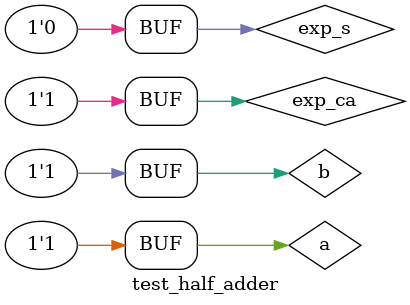
<source format=v>
module test_half_adder();
   reg a, b;
   reg exp_ca, exp_s;
   wire ca, s;

   half_adder u1(a, b, ca, s);
   
   initial
     begin
	a = 0;
	b = 0;
	exp_ca = 0;
	exp_s = 0;

	#1
	a = 0;
	b = 1;
	exp_ca = 0;
	exp_s = 1;

	#1
	a = 1;
	b = 0;
	exp_ca = 0;
	exp_s = 1;

	#1
	a = 1;
	b = 1;
	exp_ca = 1;
	exp_s = 0;
     end

   initial
     $monitor("half_adder %d %b %b (%b %b) (%b %b)", $time, a, b, ca, exp_ca, s, exp_s);
   
endmodule

</source>
